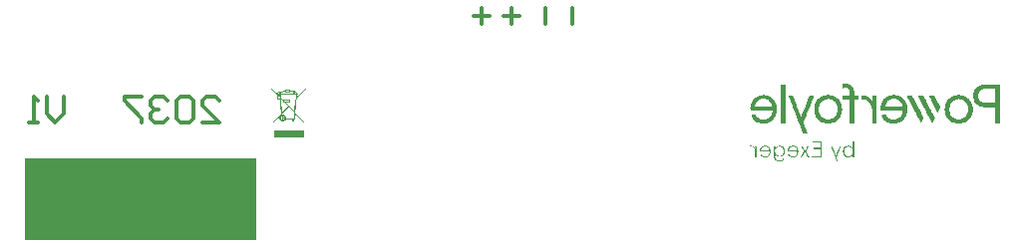
<source format=gbr>
%TF.GenerationSoftware,Altium Limited,Altium Designer,20.2.6 (244)*%
G04 Layer_Color=32896*
%FSLAX45Y45*%
%MOMM*%
%TF.SameCoordinates,5F830152-65C5-4415-BC49-C393C33858C2*%
%TF.FilePolarity,Positive*%
%TF.FileFunction,Legend,Bot*%
%TF.Part,Single*%
G01*
G75*
%TA.AperFunction,NonConductor*%
%ADD13C,0.30000*%
%ADD14R,19.71036X7.00000*%
G36*
X11606554Y1476196D02*
Y1472363D01*
Y1468529D01*
Y1464695D01*
Y1460861D01*
Y1457028D01*
Y1453193D01*
Y1449360D01*
Y1445526D01*
Y1441692D01*
Y1437858D01*
Y1434024D01*
Y1430190D01*
Y1426357D01*
Y1422523D01*
Y1418689D01*
Y1414855D01*
Y1411021D01*
Y1407187D01*
Y1403354D01*
Y1399520D01*
Y1395686D01*
Y1391852D01*
Y1388018D01*
Y1384184D01*
Y1380350D01*
Y1376517D01*
Y1372683D01*
Y1368849D01*
Y1365015D01*
Y1361181D01*
Y1357348D01*
Y1353513D01*
Y1349680D01*
Y1345846D01*
Y1342012D01*
Y1338178D01*
Y1334345D01*
Y1330511D01*
Y1326677D01*
Y1322843D01*
Y1319009D01*
Y1315175D01*
Y1311341D01*
Y1307507D01*
Y1303674D01*
Y1299840D01*
Y1296006D01*
Y1292172D01*
Y1288338D01*
Y1284505D01*
Y1280671D01*
Y1276837D01*
Y1273003D01*
Y1269169D01*
Y1265335D01*
Y1261501D01*
Y1257668D01*
Y1253833D01*
Y1250000D01*
Y1246166D01*
Y1242332D01*
X11568216D01*
Y1246166D01*
Y1250000D01*
Y1253833D01*
Y1257668D01*
Y1261501D01*
Y1265335D01*
Y1269169D01*
Y1273003D01*
Y1276837D01*
Y1280671D01*
Y1284505D01*
Y1288338D01*
Y1292172D01*
Y1296006D01*
Y1299840D01*
Y1303674D01*
Y1307507D01*
Y1311341D01*
Y1315175D01*
Y1319009D01*
Y1322843D01*
Y1326677D01*
Y1330511D01*
Y1334345D01*
Y1338178D01*
Y1342012D01*
Y1345846D01*
Y1349680D01*
Y1353513D01*
Y1357348D01*
Y1361181D01*
Y1365015D01*
X11564381D01*
Y1368849D01*
Y1372683D01*
Y1376517D01*
Y1380350D01*
Y1384184D01*
X11560548D01*
Y1388018D01*
Y1391852D01*
Y1395686D01*
X11556714D01*
Y1399520D01*
Y1403354D01*
X11552880D01*
Y1407187D01*
Y1411021D01*
X11549046D01*
Y1414855D01*
X11545212D01*
Y1418689D01*
Y1422523D01*
X11541378D01*
Y1426357D01*
X11537545D01*
Y1430190D01*
X11529877D01*
Y1434024D01*
X11526043D01*
Y1437858D01*
X11518375D01*
Y1441692D01*
X11503040D01*
Y1445526D01*
X11476203D01*
Y1449360D01*
Y1453193D01*
Y1457028D01*
Y1460861D01*
Y1464695D01*
Y1468529D01*
Y1472363D01*
Y1476196D01*
Y1480030D01*
X11503040D01*
Y1476196D01*
X11518375D01*
Y1472363D01*
X11529877D01*
Y1468529D01*
X11537545D01*
Y1464695D01*
X11541378D01*
Y1460861D01*
X11545212D01*
Y1457028D01*
X11552880D01*
Y1453193D01*
Y1449360D01*
X11556714D01*
Y1445526D01*
X11560548D01*
Y1441692D01*
X11564381D01*
Y1437858D01*
X11568216D01*
Y1441692D01*
Y1445526D01*
Y1449360D01*
Y1453193D01*
Y1457028D01*
Y1460861D01*
Y1464695D01*
Y1468529D01*
Y1472363D01*
Y1476196D01*
Y1480030D01*
X11606554D01*
Y1476196D01*
D02*
G37*
G36*
X12097286D02*
Y1472363D01*
X12101120D01*
Y1468529D01*
Y1464695D01*
X12104953D01*
Y1460861D01*
Y1457028D01*
X12108787D01*
Y1453193D01*
Y1449360D01*
X12112621D01*
Y1445526D01*
Y1441692D01*
X12116455D01*
Y1437858D01*
Y1434024D01*
X12120289D01*
Y1430190D01*
Y1426357D01*
X12124123D01*
Y1422523D01*
Y1418689D01*
X12127956D01*
Y1414855D01*
X12131790D01*
Y1411021D01*
Y1407187D01*
X12135624D01*
Y1403354D01*
Y1399520D01*
X12139458D01*
Y1395686D01*
Y1391852D01*
X12143292D01*
Y1388018D01*
Y1384184D01*
X12147126D01*
Y1380350D01*
Y1376517D01*
Y1372683D01*
X12143292D01*
Y1368849D01*
Y1365015D01*
X12139458D01*
Y1361181D01*
Y1357348D01*
X12135624D01*
Y1353513D01*
Y1349680D01*
X12131790D01*
Y1345846D01*
Y1342012D01*
X12127956D01*
Y1338178D01*
Y1334345D01*
X12124123D01*
Y1338178D01*
X12120289D01*
Y1342012D01*
Y1345846D01*
X12116455D01*
Y1349680D01*
Y1353513D01*
X12112621D01*
Y1357348D01*
Y1361181D01*
X12108787D01*
Y1365015D01*
Y1368849D01*
X12104953D01*
Y1372683D01*
Y1376517D01*
X12101120D01*
Y1380350D01*
X12097286D01*
Y1384184D01*
Y1388018D01*
X12093452D01*
Y1391852D01*
Y1395686D01*
X12089618D01*
Y1399520D01*
Y1403354D01*
X12085784D01*
Y1407187D01*
Y1411021D01*
X12081950D01*
Y1414855D01*
Y1418689D01*
X12078117D01*
Y1422523D01*
Y1426357D01*
X12074283D01*
Y1430190D01*
Y1434024D01*
X12070449D01*
Y1437858D01*
Y1441692D01*
X12066615D01*
Y1445526D01*
Y1449360D01*
X12062781D01*
Y1453193D01*
Y1457028D01*
X12058947D01*
Y1460861D01*
Y1464695D01*
X12055113D01*
Y1468529D01*
Y1472363D01*
X12051279D01*
Y1476196D01*
X12047446D01*
Y1480030D01*
X12097286D01*
Y1476196D01*
D02*
G37*
G36*
X11077484D02*
X11073650D01*
Y1472363D01*
Y1468529D01*
Y1464695D01*
X11069816D01*
Y1460861D01*
Y1457028D01*
X11065982D01*
Y1453193D01*
Y1449360D01*
Y1445526D01*
X11062148D01*
Y1441692D01*
Y1437858D01*
X11058314D01*
Y1434024D01*
Y1430190D01*
Y1426357D01*
X11054481D01*
Y1422523D01*
Y1418689D01*
X11050647D01*
Y1414855D01*
Y1411021D01*
Y1407187D01*
X11046813D01*
Y1403354D01*
Y1399520D01*
X11042979D01*
Y1395686D01*
Y1391852D01*
Y1388018D01*
X11039145D01*
Y1384184D01*
Y1380350D01*
X11035311D01*
Y1376517D01*
Y1372683D01*
Y1368849D01*
X11031478D01*
Y1365015D01*
Y1361181D01*
X11027644D01*
Y1357348D01*
Y1353513D01*
Y1349680D01*
X11023810D01*
Y1345846D01*
Y1342012D01*
X11019976D01*
Y1338178D01*
Y1334345D01*
Y1330511D01*
X11016142D01*
Y1326677D01*
Y1322843D01*
X11012308D01*
Y1319009D01*
Y1315175D01*
Y1311341D01*
X11008475D01*
Y1307507D01*
Y1303674D01*
X11004640D01*
Y1299840D01*
Y1296006D01*
Y1292172D01*
X11000807D01*
Y1288338D01*
Y1284505D01*
X10996973D01*
Y1280671D01*
Y1276837D01*
Y1273003D01*
X10993139D01*
Y1269169D01*
Y1265335D01*
X10989305D01*
Y1261501D01*
Y1257668D01*
Y1253833D01*
X10985472D01*
Y1250000D01*
Y1246166D01*
Y1242332D01*
Y1238498D01*
X10989305D01*
Y1234665D01*
Y1230831D01*
X10993139D01*
Y1226997D01*
Y1223163D01*
Y1219329D01*
X10996973D01*
Y1215495D01*
Y1211662D01*
X11000807D01*
Y1207827D01*
Y1203994D01*
Y1200160D01*
X11004640D01*
Y1196326D01*
Y1192492D01*
Y1188658D01*
X11008475D01*
Y1184825D01*
Y1180991D01*
X11012308D01*
Y1177157D01*
Y1173323D01*
Y1169489D01*
X11016142D01*
Y1165655D01*
Y1161822D01*
X11019976D01*
Y1157988D01*
X10981638D01*
Y1161822D01*
X10977804D01*
Y1165655D01*
Y1169489D01*
Y1173323D01*
X10973970D01*
Y1177157D01*
Y1180991D01*
X10970136D01*
Y1184825D01*
Y1188658D01*
Y1192492D01*
X10966302D01*
Y1196326D01*
Y1200160D01*
X10962468D01*
Y1203994D01*
Y1207827D01*
Y1211662D01*
X10958634D01*
Y1215495D01*
Y1219329D01*
Y1223163D01*
X10954801D01*
Y1226997D01*
Y1230831D01*
X10950967D01*
Y1234665D01*
Y1238498D01*
Y1242332D01*
X10947133D01*
Y1246166D01*
Y1250000D01*
X10943299D01*
Y1253833D01*
Y1257668D01*
Y1261501D01*
X10939465D01*
Y1265335D01*
Y1269169D01*
Y1273003D01*
X10935631D01*
Y1276837D01*
Y1280671D01*
X10931798D01*
Y1284505D01*
Y1288338D01*
Y1292172D01*
X10927964D01*
Y1296006D01*
Y1299840D01*
X10924130D01*
Y1303674D01*
Y1307507D01*
Y1311341D01*
X10920296D01*
Y1315175D01*
Y1319009D01*
X10916462D01*
Y1322843D01*
Y1326677D01*
Y1330511D01*
X10912628D01*
Y1334345D01*
Y1338178D01*
Y1342012D01*
X10908795D01*
Y1345846D01*
Y1349680D01*
X10904961D01*
Y1353513D01*
Y1357348D01*
Y1361181D01*
X10901127D01*
Y1365015D01*
Y1368849D01*
Y1372683D01*
X10897293D01*
Y1376517D01*
Y1380350D01*
X10893459D01*
Y1384184D01*
Y1388018D01*
Y1391852D01*
X10889625D01*
Y1395686D01*
Y1399520D01*
X10885792D01*
Y1403354D01*
Y1407187D01*
Y1411021D01*
X10881958D01*
Y1414855D01*
Y1418689D01*
X10878124D01*
Y1422523D01*
Y1426357D01*
Y1430190D01*
X10874290D01*
Y1434024D01*
Y1437858D01*
Y1441692D01*
X10870456D01*
Y1445526D01*
Y1449360D01*
X10866622D01*
Y1453193D01*
Y1457028D01*
Y1460861D01*
X10862788D01*
Y1464695D01*
Y1468529D01*
X10858955D01*
Y1472363D01*
Y1476196D01*
Y1480030D01*
X10897293D01*
Y1476196D01*
Y1472363D01*
Y1468529D01*
X10901127D01*
Y1464695D01*
Y1460861D01*
Y1457028D01*
X10904961D01*
Y1453193D01*
Y1449360D01*
X10908795D01*
Y1445526D01*
Y1441692D01*
Y1437858D01*
X10912628D01*
Y1434024D01*
Y1430190D01*
X10916462D01*
Y1426357D01*
Y1422523D01*
Y1418689D01*
X10920296D01*
Y1414855D01*
Y1411021D01*
Y1407187D01*
X10924130D01*
Y1403354D01*
Y1399520D01*
X10927964D01*
Y1395686D01*
Y1391852D01*
Y1388018D01*
X10931798D01*
Y1384184D01*
Y1380350D01*
X10935631D01*
Y1376517D01*
Y1372683D01*
Y1368849D01*
X10939465D01*
Y1365015D01*
Y1361181D01*
Y1357348D01*
X10943299D01*
Y1353513D01*
Y1349680D01*
X10947133D01*
Y1345846D01*
Y1342012D01*
Y1338178D01*
X10950967D01*
Y1334345D01*
Y1330511D01*
X10954801D01*
Y1326677D01*
Y1322843D01*
Y1319009D01*
X10958634D01*
Y1315175D01*
Y1311341D01*
Y1307507D01*
X10962468D01*
Y1303674D01*
X10970136D01*
Y1307507D01*
Y1311341D01*
X10973970D01*
Y1315175D01*
Y1319009D01*
Y1322843D01*
X10977804D01*
Y1326677D01*
Y1330511D01*
X10981638D01*
Y1334345D01*
Y1338178D01*
Y1342012D01*
X10985472D01*
Y1345846D01*
Y1349680D01*
X10989305D01*
Y1353513D01*
Y1357348D01*
Y1361181D01*
X10993139D01*
Y1365015D01*
Y1368849D01*
Y1372683D01*
X10996973D01*
Y1376517D01*
Y1380350D01*
X11000807D01*
Y1384184D01*
Y1388018D01*
Y1391852D01*
X11004640D01*
Y1395686D01*
Y1399520D01*
X11008475D01*
Y1403354D01*
Y1407187D01*
Y1411021D01*
X11012308D01*
Y1414855D01*
Y1418689D01*
Y1422523D01*
X11016142D01*
Y1426357D01*
Y1430190D01*
X11019976D01*
Y1434024D01*
Y1437858D01*
Y1441692D01*
X11023810D01*
Y1445526D01*
Y1449360D01*
X11027644D01*
Y1453193D01*
Y1457028D01*
Y1460861D01*
X11031478D01*
Y1464695D01*
Y1468529D01*
X11035311D01*
Y1472363D01*
Y1476196D01*
Y1480030D01*
X11077484D01*
Y1476196D01*
D02*
G37*
G36*
X11763742Y1480030D02*
X11786744D01*
Y1476196D01*
X11798246D01*
Y1472363D01*
X11805914D01*
Y1468529D01*
X11813581D01*
Y1464695D01*
X11821249D01*
Y1460861D01*
X11825083D01*
Y1457028D01*
X11828917D01*
Y1453193D01*
X11832751D01*
Y1449360D01*
X11836584D01*
Y1445526D01*
X11840418D01*
Y1441692D01*
X11844252D01*
Y1437858D01*
Y1434024D01*
X11848086D01*
Y1430190D01*
X11851920D01*
Y1426357D01*
Y1422523D01*
X11855754D01*
Y1418689D01*
Y1414855D01*
X11859588D01*
Y1411021D01*
Y1407187D01*
Y1403354D01*
X11863421D01*
Y1399520D01*
Y1395686D01*
Y1391852D01*
Y1388018D01*
Y1384184D01*
X11867255D01*
Y1380350D01*
Y1376517D01*
Y1372683D01*
Y1368849D01*
Y1365015D01*
Y1361181D01*
Y1357348D01*
Y1353513D01*
Y1349680D01*
Y1345846D01*
Y1342012D01*
Y1338178D01*
X11863421D01*
Y1334345D01*
Y1330511D01*
Y1326677D01*
Y1322843D01*
X11859588D01*
Y1319009D01*
Y1315175D01*
Y1311341D01*
X11855754D01*
Y1307507D01*
Y1303674D01*
X11851920D01*
Y1299840D01*
Y1296006D01*
X11848086D01*
Y1292172D01*
Y1288338D01*
X11844252D01*
Y1284505D01*
X11840418D01*
Y1280671D01*
Y1276837D01*
X11836584D01*
Y1273003D01*
X11832751D01*
Y1269169D01*
X11828917D01*
Y1265335D01*
X11821249D01*
Y1261501D01*
X11817415D01*
Y1257668D01*
X11809748D01*
Y1253833D01*
X11805914D01*
Y1250000D01*
X11794412D01*
Y1246166D01*
X11782911D01*
Y1242332D01*
X11717735D01*
Y1246166D01*
X11706234D01*
Y1250000D01*
X11698566D01*
Y1253833D01*
X11690898D01*
Y1257668D01*
X11683231D01*
Y1261501D01*
X11679397D01*
Y1265335D01*
X11671729D01*
Y1269169D01*
X11667895D01*
Y1273003D01*
Y1276837D01*
X11664062D01*
Y1280671D01*
X11660228D01*
Y1284505D01*
X11656394D01*
Y1288338D01*
Y1292172D01*
X11652560D01*
Y1296006D01*
Y1299840D01*
X11648726D01*
Y1303674D01*
Y1307507D01*
Y1311341D01*
X11652560D01*
Y1315175D01*
X11667895D01*
Y1319009D01*
X11683231D01*
Y1315175D01*
X11687065D01*
Y1311341D01*
Y1307507D01*
X11690898D01*
Y1303674D01*
Y1299840D01*
X11694732D01*
Y1296006D01*
X11698566D01*
Y1292172D01*
X11702400D01*
Y1288338D01*
X11710068D01*
Y1284505D01*
X11713901D01*
Y1280671D01*
X11725403D01*
Y1276837D01*
X11744572D01*
Y1273003D01*
X11756074D01*
Y1276837D01*
X11775243D01*
Y1280671D01*
X11786744D01*
Y1284505D01*
X11794412D01*
Y1288338D01*
X11798246D01*
Y1292172D01*
X11802080D01*
Y1296006D01*
X11805914D01*
Y1299840D01*
X11809748D01*
Y1303674D01*
X11813581D01*
Y1307507D01*
Y1311341D01*
X11817415D01*
Y1315175D01*
Y1319009D01*
X11821249D01*
Y1322843D01*
Y1326677D01*
X11825083D01*
Y1330511D01*
Y1334345D01*
Y1338178D01*
Y1342012D01*
X11828917D01*
Y1345846D01*
Y1349680D01*
Y1353513D01*
X11641059D01*
Y1357348D01*
Y1361181D01*
Y1365015D01*
Y1368849D01*
Y1372683D01*
Y1376517D01*
Y1380350D01*
Y1384184D01*
Y1388018D01*
Y1391852D01*
Y1395686D01*
X11644892D01*
Y1399520D01*
Y1403354D01*
Y1407187D01*
Y1411021D01*
X11648726D01*
Y1414855D01*
Y1418689D01*
X11652560D01*
Y1422523D01*
Y1426357D01*
X11656394D01*
Y1430190D01*
Y1434024D01*
X11660228D01*
Y1437858D01*
Y1441692D01*
X11664062D01*
Y1445526D01*
X11667895D01*
Y1449360D01*
X11671729D01*
Y1453193D01*
X11675563D01*
Y1457028D01*
X11679397D01*
Y1460861D01*
X11687065D01*
Y1464695D01*
X11690898D01*
Y1468529D01*
X11698566D01*
Y1472363D01*
X11706234D01*
Y1476196D01*
X11717735D01*
Y1480030D01*
X11740738D01*
Y1483864D01*
X11763742D01*
Y1480030D01*
D02*
G37*
G36*
X10659595D02*
X10682598D01*
Y1476196D01*
X10690266D01*
Y1472363D01*
X10697933D01*
Y1468529D01*
X10705601D01*
Y1464695D01*
X10713269D01*
Y1460861D01*
X10717103D01*
Y1457028D01*
X10720936D01*
Y1453193D01*
X10724770D01*
Y1449360D01*
X10728604D01*
Y1445526D01*
X10732438D01*
Y1441692D01*
X10736272D01*
Y1437858D01*
Y1434024D01*
X10740106D01*
Y1430190D01*
X10743939D01*
Y1426357D01*
Y1422523D01*
X10747773D01*
Y1418689D01*
Y1414855D01*
Y1411021D01*
X10751607D01*
Y1407187D01*
Y1403354D01*
Y1399520D01*
X10755441D01*
Y1395686D01*
Y1391852D01*
Y1388018D01*
Y1384184D01*
Y1380350D01*
X10759275D01*
Y1376517D01*
Y1372683D01*
Y1368849D01*
Y1365015D01*
Y1361181D01*
Y1357348D01*
Y1353513D01*
Y1349680D01*
Y1345846D01*
Y1342012D01*
X10755441D01*
Y1338178D01*
Y1334345D01*
Y1330511D01*
Y1326677D01*
Y1322843D01*
X10751607D01*
Y1319009D01*
Y1315175D01*
Y1311341D01*
X10747773D01*
Y1307507D01*
Y1303674D01*
X10743939D01*
Y1299840D01*
Y1296006D01*
X10740106D01*
Y1292172D01*
Y1288338D01*
X10736272D01*
Y1284505D01*
X10732438D01*
Y1280671D01*
Y1276837D01*
X10728604D01*
Y1273003D01*
X10724770D01*
Y1269169D01*
X10720936D01*
Y1265335D01*
X10713269D01*
Y1261501D01*
X10709435D01*
Y1257668D01*
X10701767D01*
Y1253833D01*
X10697933D01*
Y1250000D01*
X10686432D01*
Y1246166D01*
X10678764D01*
Y1242332D01*
X10613589D01*
Y1246166D01*
X10598253D01*
Y1250000D01*
X10590586D01*
Y1253833D01*
X10582918D01*
Y1257668D01*
X10579084D01*
Y1261501D01*
X10571416D01*
Y1265335D01*
X10567583D01*
Y1269169D01*
X10563749D01*
Y1273003D01*
X10559915D01*
Y1276837D01*
X10556081D01*
Y1280671D01*
Y1284505D01*
X10552247D01*
Y1288338D01*
X10548413D01*
Y1292172D01*
Y1296006D01*
X10544580D01*
Y1299840D01*
Y1303674D01*
Y1307507D01*
X10540746D01*
Y1311341D01*
X10544580D01*
Y1315175D01*
X10559915D01*
Y1319009D01*
X10575250D01*
Y1315175D01*
X10579084D01*
Y1311341D01*
Y1307507D01*
X10582918D01*
Y1303674D01*
Y1299840D01*
X10586752D01*
Y1296006D01*
X10590586D01*
Y1292172D01*
X10594420D01*
Y1288338D01*
X10602087D01*
Y1284505D01*
X10609755D01*
Y1280671D01*
X10617423D01*
Y1276837D01*
X10640426D01*
Y1273003D01*
X10651927D01*
Y1276837D01*
X10671096D01*
Y1280671D01*
X10678764D01*
Y1284505D01*
X10686432D01*
Y1288338D01*
X10694099D01*
Y1292172D01*
X10697933D01*
Y1296006D01*
X10701767D01*
Y1299840D01*
X10705601D01*
Y1303674D01*
Y1307507D01*
X10709435D01*
Y1311341D01*
X10713269D01*
Y1315175D01*
Y1319009D01*
Y1322843D01*
X10717103D01*
Y1326677D01*
Y1330511D01*
Y1334345D01*
X10720936D01*
Y1338178D01*
Y1342012D01*
Y1345846D01*
Y1349680D01*
Y1353513D01*
X10536912D01*
Y1357348D01*
Y1361181D01*
Y1365015D01*
X10533078D01*
Y1368849D01*
Y1372683D01*
Y1376517D01*
X10536912D01*
Y1380350D01*
Y1384184D01*
Y1388018D01*
Y1391852D01*
Y1395686D01*
Y1399520D01*
Y1403354D01*
X10540746D01*
Y1407187D01*
Y1411021D01*
Y1414855D01*
X10544580D01*
Y1418689D01*
Y1422523D01*
X10548413D01*
Y1426357D01*
Y1430190D01*
X10552247D01*
Y1434024D01*
Y1437858D01*
X10556081D01*
Y1441692D01*
X10559915D01*
Y1445526D01*
X10563749D01*
Y1449360D01*
X10567583D01*
Y1453193D01*
X10571416D01*
Y1457028D01*
X10575250D01*
Y1460861D01*
X10579084D01*
Y1464695D01*
X10586752D01*
Y1468529D01*
X10594420D01*
Y1472363D01*
X10602087D01*
Y1476196D01*
X10613589D01*
Y1480030D01*
X10636592D01*
Y1483864D01*
X10659595D01*
Y1480030D01*
D02*
G37*
G36*
X12001440Y1476196D02*
X12005273D01*
Y1472363D01*
Y1468529D01*
X12009108D01*
Y1464695D01*
Y1460861D01*
X12012941D01*
Y1457028D01*
Y1453193D01*
X12016775D01*
Y1449360D01*
Y1445526D01*
X12020609D01*
Y1441692D01*
X12024443D01*
Y1437858D01*
Y1434024D01*
X12028277D01*
Y1430190D01*
Y1426357D01*
X12032110D01*
Y1422523D01*
Y1418689D01*
X12035944D01*
Y1414855D01*
Y1411021D01*
X12039778D01*
Y1407187D01*
Y1403354D01*
X12043612D01*
Y1399520D01*
Y1395686D01*
X12047446D01*
Y1391852D01*
Y1388018D01*
X12051279D01*
Y1384184D01*
Y1380350D01*
X12055113D01*
Y1376517D01*
Y1372683D01*
X12058947D01*
Y1368849D01*
Y1365015D01*
X12062781D01*
Y1361181D01*
Y1357348D01*
X12066615D01*
Y1353513D01*
X12070449D01*
Y1349680D01*
Y1345846D01*
X12074283D01*
Y1342012D01*
Y1338178D01*
X12078117D01*
Y1334345D01*
Y1330511D01*
X12081950D01*
Y1326677D01*
Y1322843D01*
X12085784D01*
Y1319009D01*
Y1315175D01*
X12089618D01*
Y1311341D01*
Y1307507D01*
X12093452D01*
Y1303674D01*
Y1299840D01*
X12097286D01*
Y1296006D01*
Y1292172D01*
X12101120D01*
Y1288338D01*
Y1284505D01*
X12097286D01*
Y1280671D01*
Y1276837D01*
X12093452D01*
Y1273003D01*
Y1269169D01*
X12089618D01*
Y1265335D01*
Y1261501D01*
X12085784D01*
Y1257668D01*
Y1253833D01*
X12081950D01*
Y1250000D01*
Y1246166D01*
X12074283D01*
Y1250000D01*
Y1253833D01*
X12070449D01*
Y1257668D01*
Y1261501D01*
X12066615D01*
Y1265335D01*
Y1269169D01*
X12062781D01*
Y1273003D01*
Y1276837D01*
X12058947D01*
Y1280671D01*
Y1284505D01*
X12055113D01*
Y1288338D01*
Y1292172D01*
X12051279D01*
Y1296006D01*
Y1299840D01*
X12047446D01*
Y1303674D01*
Y1307507D01*
X12043612D01*
Y1311341D01*
X12039778D01*
Y1315175D01*
Y1319009D01*
X12035944D01*
Y1322843D01*
Y1326677D01*
X12032110D01*
Y1330511D01*
Y1334345D01*
X12028277D01*
Y1338178D01*
Y1342012D01*
X12024443D01*
Y1345846D01*
Y1349680D01*
X12020609D01*
Y1353513D01*
Y1357348D01*
X12016775D01*
Y1361181D01*
Y1365015D01*
X12012941D01*
Y1368849D01*
Y1372683D01*
X12009108D01*
Y1376517D01*
Y1380350D01*
X12005273D01*
Y1384184D01*
Y1388018D01*
X12001440D01*
Y1391852D01*
Y1395686D01*
X11997606D01*
Y1399520D01*
Y1403354D01*
X11993772D01*
Y1407187D01*
Y1411021D01*
X11989938D01*
Y1414855D01*
X11986104D01*
Y1418689D01*
Y1422523D01*
X11982270D01*
Y1426357D01*
Y1430190D01*
X11978437D01*
Y1434024D01*
Y1437858D01*
X11974603D01*
Y1441692D01*
Y1445526D01*
X11970769D01*
Y1449360D01*
Y1453193D01*
X11966935D01*
Y1457028D01*
Y1460861D01*
X11963101D01*
Y1464695D01*
Y1468529D01*
X11959267D01*
Y1472363D01*
Y1476196D01*
X11955434D01*
Y1480030D01*
X12001440D01*
Y1476196D01*
D02*
G37*
G36*
X12653193Y1568209D02*
Y1564375D01*
Y1560541D01*
Y1556707D01*
Y1552873D01*
Y1549040D01*
Y1545206D01*
Y1541372D01*
Y1537538D01*
Y1533704D01*
Y1529870D01*
Y1526037D01*
Y1522203D01*
Y1518369D01*
Y1514535D01*
Y1510701D01*
Y1506867D01*
Y1503034D01*
Y1499200D01*
Y1495366D01*
Y1491532D01*
Y1487698D01*
Y1483864D01*
Y1480030D01*
Y1476196D01*
Y1472363D01*
Y1468529D01*
Y1464695D01*
Y1460861D01*
Y1457028D01*
Y1453193D01*
Y1449360D01*
Y1445526D01*
Y1441692D01*
Y1437858D01*
Y1434024D01*
Y1430190D01*
Y1426357D01*
Y1422523D01*
Y1418689D01*
Y1414855D01*
Y1411021D01*
Y1407187D01*
Y1403354D01*
Y1399520D01*
Y1395686D01*
Y1391852D01*
Y1388018D01*
Y1384184D01*
Y1380350D01*
Y1376517D01*
Y1372683D01*
Y1368849D01*
Y1365015D01*
Y1361181D01*
Y1357348D01*
Y1353513D01*
Y1349680D01*
Y1345846D01*
Y1342012D01*
Y1338178D01*
Y1334345D01*
Y1330511D01*
Y1326677D01*
Y1322843D01*
Y1319009D01*
Y1315175D01*
Y1311341D01*
Y1307507D01*
Y1303674D01*
Y1299840D01*
Y1296006D01*
Y1292172D01*
Y1288338D01*
Y1284505D01*
Y1280671D01*
Y1276837D01*
Y1273003D01*
Y1269169D01*
Y1265335D01*
Y1261501D01*
Y1257668D01*
Y1253833D01*
Y1250000D01*
Y1246166D01*
Y1242332D01*
X12611020D01*
Y1246166D01*
Y1250000D01*
Y1253833D01*
Y1257668D01*
Y1261501D01*
Y1265335D01*
Y1269169D01*
Y1273003D01*
Y1276837D01*
Y1280671D01*
Y1284505D01*
Y1288338D01*
Y1292172D01*
Y1296006D01*
Y1299840D01*
Y1303674D01*
Y1307507D01*
Y1311341D01*
Y1315175D01*
Y1319009D01*
Y1322843D01*
Y1326677D01*
Y1330511D01*
Y1334345D01*
Y1338178D01*
Y1342012D01*
Y1345846D01*
Y1349680D01*
Y1353513D01*
Y1357348D01*
Y1361181D01*
Y1365015D01*
Y1368849D01*
Y1372683D01*
Y1376517D01*
Y1380350D01*
X12515175D01*
Y1384184D01*
X12492171D01*
Y1388018D01*
X12480670D01*
Y1391852D01*
X12473002D01*
Y1395686D01*
X12465334D01*
Y1399520D01*
X12461501D01*
Y1403354D01*
X12453833D01*
Y1407187D01*
X12449999D01*
Y1411021D01*
X12446165D01*
Y1414855D01*
Y1418689D01*
X12442331D01*
Y1422523D01*
X12438498D01*
Y1426357D01*
Y1430190D01*
X12434664D01*
Y1434024D01*
Y1437858D01*
X12430830D01*
Y1441692D01*
Y1445526D01*
Y1449360D01*
X12426996D01*
Y1453193D01*
Y1457028D01*
Y1460861D01*
Y1464695D01*
Y1468529D01*
Y1472363D01*
Y1476196D01*
Y1480030D01*
Y1483864D01*
Y1487698D01*
Y1491532D01*
Y1495366D01*
Y1499200D01*
Y1503034D01*
X12430830D01*
Y1506867D01*
Y1510701D01*
Y1514535D01*
X12434664D01*
Y1518369D01*
Y1522203D01*
X12438498D01*
Y1526037D01*
Y1529870D01*
X12442331D01*
Y1533704D01*
X12446165D01*
Y1537538D01*
X12449999D01*
Y1541372D01*
X12453833D01*
Y1545206D01*
X12457667D01*
Y1549040D01*
X12461501D01*
Y1552873D01*
X12469168D01*
Y1556707D01*
X12473002D01*
Y1560541D01*
X12484504D01*
Y1564375D01*
X12496005D01*
Y1568209D01*
X12519008D01*
Y1572043D01*
X12653193D01*
Y1568209D01*
D02*
G37*
G36*
X12315815Y1480030D02*
X12338818D01*
Y1476196D01*
X12350319D01*
Y1472363D01*
X12357987D01*
Y1468529D01*
X12365655D01*
Y1464695D01*
X12373322D01*
Y1460861D01*
X12377156D01*
Y1457028D01*
X12380990D01*
Y1453193D01*
X12384824D01*
Y1449360D01*
X12388658D01*
Y1445526D01*
X12392492D01*
Y1441692D01*
X12396325D01*
Y1437858D01*
X12400159D01*
Y1434024D01*
X12403993D01*
Y1430190D01*
Y1426357D01*
X12407827D01*
Y1422523D01*
Y1418689D01*
X12411661D01*
Y1414855D01*
Y1411021D01*
X12415495D01*
Y1407187D01*
Y1403354D01*
Y1399520D01*
X12419328D01*
Y1395686D01*
Y1391852D01*
Y1388018D01*
Y1384184D01*
X12423162D01*
Y1380350D01*
Y1376517D01*
Y1372683D01*
Y1368849D01*
Y1365015D01*
Y1361181D01*
Y1357348D01*
Y1353513D01*
Y1349680D01*
Y1345846D01*
Y1342012D01*
Y1338178D01*
X12419328D01*
Y1334345D01*
Y1330511D01*
Y1326677D01*
Y1322843D01*
X12415495D01*
Y1319009D01*
Y1315175D01*
Y1311341D01*
X12411661D01*
Y1307507D01*
Y1303674D01*
X12407827D01*
Y1299840D01*
Y1296006D01*
X12403993D01*
Y1292172D01*
Y1288338D01*
X12400159D01*
Y1284505D01*
X12396325D01*
Y1280671D01*
X12392492D01*
Y1276837D01*
X12388658D01*
Y1273003D01*
X12384824D01*
Y1269169D01*
X12380990D01*
Y1265335D01*
X12377156D01*
Y1261501D01*
X12369488D01*
Y1257668D01*
X12365655D01*
Y1253833D01*
X12357987D01*
Y1250000D01*
X12346486D01*
Y1246166D01*
X12334984D01*
Y1242332D01*
X12269809D01*
Y1246166D01*
X12258307D01*
Y1250000D01*
X12250639D01*
Y1253833D01*
X12242972D01*
Y1257668D01*
X12235304D01*
Y1261501D01*
X12231470D01*
Y1265335D01*
X12223803D01*
Y1269169D01*
X12219969D01*
Y1273003D01*
X12216135D01*
Y1276837D01*
X12212301D01*
Y1280671D01*
X12208467D01*
Y1284505D01*
Y1288338D01*
X12204633D01*
Y1292172D01*
X12200799D01*
Y1296006D01*
Y1299840D01*
X12196965D01*
Y1303674D01*
Y1307507D01*
X12193132D01*
Y1311341D01*
Y1315175D01*
X12189298D01*
Y1319009D01*
Y1322843D01*
Y1326677D01*
X12185464D01*
Y1330511D01*
Y1334345D01*
Y1338178D01*
Y1342012D01*
Y1345846D01*
Y1349680D01*
Y1353513D01*
X12181630D01*
Y1357348D01*
Y1361181D01*
Y1365015D01*
Y1368849D01*
X12185464D01*
Y1372683D01*
Y1376517D01*
Y1380350D01*
Y1384184D01*
Y1388018D01*
Y1391852D01*
Y1395686D01*
X12189298D01*
Y1399520D01*
Y1403354D01*
Y1407187D01*
X12193132D01*
Y1411021D01*
Y1414855D01*
X12196965D01*
Y1418689D01*
Y1422523D01*
X12200799D01*
Y1426357D01*
Y1430190D01*
X12204633D01*
Y1434024D01*
Y1437858D01*
X12208467D01*
Y1441692D01*
X12212301D01*
Y1445526D01*
X12216135D01*
Y1449360D01*
X12219969D01*
Y1453193D01*
X12223803D01*
Y1457028D01*
X12227636D01*
Y1460861D01*
X12235304D01*
Y1464695D01*
X12239138D01*
Y1468529D01*
X12246806D01*
Y1472363D01*
X12258307D01*
Y1476196D01*
X12269809D01*
Y1480030D01*
X12292812D01*
Y1483864D01*
X12315815D01*
Y1480030D01*
D02*
G37*
G36*
X11909428Y1476196D02*
Y1472363D01*
X11913261D01*
Y1468529D01*
Y1464695D01*
X11917095D01*
Y1460861D01*
Y1457028D01*
X11920929D01*
Y1453193D01*
X11924763D01*
Y1449360D01*
Y1445526D01*
X11928597D01*
Y1441692D01*
Y1437858D01*
X11932431D01*
Y1434024D01*
Y1430190D01*
X11936264D01*
Y1426357D01*
Y1422523D01*
X11940098D01*
Y1418689D01*
Y1414855D01*
X11943932D01*
Y1411021D01*
Y1407187D01*
X11947766D01*
Y1403354D01*
Y1399520D01*
X11951600D01*
Y1395686D01*
Y1391852D01*
X11955434D01*
Y1388018D01*
Y1384184D01*
X11959267D01*
Y1380350D01*
Y1376517D01*
X11963101D01*
Y1372683D01*
Y1368849D01*
X11966935D01*
Y1365015D01*
X11970769D01*
Y1361181D01*
Y1357348D01*
X11974603D01*
Y1353513D01*
Y1349680D01*
X11978437D01*
Y1345846D01*
Y1342012D01*
X11982270D01*
Y1338178D01*
Y1334345D01*
X11986104D01*
Y1330511D01*
Y1326677D01*
X11989938D01*
Y1322843D01*
Y1319009D01*
X11993772D01*
Y1315175D01*
Y1311341D01*
X11997606D01*
Y1307507D01*
Y1303674D01*
X12001440D01*
Y1299840D01*
Y1296006D01*
X12005273D01*
Y1292172D01*
Y1288338D01*
Y1284505D01*
Y1280671D01*
X12001440D01*
Y1276837D01*
Y1273003D01*
X11997606D01*
Y1269169D01*
Y1265335D01*
X11993772D01*
Y1261501D01*
Y1257668D01*
X11989938D01*
Y1253833D01*
Y1250000D01*
X11986104D01*
Y1246166D01*
Y1242332D01*
X11982270D01*
Y1246166D01*
Y1250000D01*
X11978437D01*
Y1253833D01*
Y1257668D01*
X11974603D01*
Y1261501D01*
Y1265335D01*
X11970769D01*
Y1269169D01*
Y1273003D01*
X11966935D01*
Y1276837D01*
Y1280671D01*
X11963101D01*
Y1284505D01*
Y1288338D01*
X11959267D01*
Y1292172D01*
Y1296006D01*
X11955434D01*
Y1299840D01*
Y1303674D01*
X11951600D01*
Y1307507D01*
Y1311341D01*
X11947766D01*
Y1315175D01*
X11943932D01*
Y1319009D01*
Y1322843D01*
X11940098D01*
Y1326677D01*
Y1330511D01*
X11936264D01*
Y1334345D01*
Y1338178D01*
X11932431D01*
Y1342012D01*
Y1345846D01*
X11928597D01*
Y1349680D01*
Y1353513D01*
X11924763D01*
Y1357348D01*
Y1361181D01*
X11920929D01*
Y1365015D01*
Y1368849D01*
X11917095D01*
Y1372683D01*
Y1376517D01*
X11913261D01*
Y1380350D01*
Y1384184D01*
X11909428D01*
Y1388018D01*
Y1391852D01*
X11905593D01*
Y1395686D01*
Y1399520D01*
X11901760D01*
Y1403354D01*
Y1407187D01*
X11897926D01*
Y1411021D01*
Y1414855D01*
X11894092D01*
Y1418689D01*
X11890258D01*
Y1422523D01*
Y1426357D01*
X11886424D01*
Y1430190D01*
Y1434024D01*
X11882590D01*
Y1437858D01*
Y1441692D01*
X11878757D01*
Y1445526D01*
Y1449360D01*
X11874923D01*
Y1453193D01*
Y1457028D01*
X11871089D01*
Y1460861D01*
Y1464695D01*
X11867255D01*
Y1468529D01*
Y1472363D01*
X11863421D01*
Y1476196D01*
Y1480030D01*
X11909428D01*
Y1476196D01*
D02*
G37*
G36*
X11365022Y1575876D02*
X11376523D01*
Y1572043D01*
X11384191D01*
Y1568209D01*
X11388025D01*
Y1564375D01*
X11391859D01*
Y1560541D01*
X11395692D01*
Y1556707D01*
X11399526D01*
Y1552873D01*
X11403360D01*
Y1549040D01*
Y1545206D01*
X11407194D01*
Y1541372D01*
Y1537538D01*
X11411028D01*
Y1533704D01*
Y1529870D01*
Y1526037D01*
Y1522203D01*
Y1518369D01*
X11414862D01*
Y1514535D01*
Y1510701D01*
Y1506867D01*
Y1503034D01*
Y1499200D01*
Y1495366D01*
Y1491532D01*
Y1487698D01*
Y1483864D01*
Y1480030D01*
X11453200D01*
Y1476196D01*
Y1472363D01*
Y1468529D01*
Y1464695D01*
Y1460861D01*
Y1457028D01*
Y1453193D01*
Y1449360D01*
Y1445526D01*
X11414862D01*
Y1441692D01*
Y1437858D01*
Y1434024D01*
Y1430190D01*
Y1426357D01*
Y1422523D01*
Y1418689D01*
Y1414855D01*
Y1411021D01*
Y1407187D01*
Y1403354D01*
Y1399520D01*
Y1395686D01*
Y1391852D01*
Y1388018D01*
Y1384184D01*
Y1380350D01*
Y1376517D01*
Y1372683D01*
Y1368849D01*
Y1365015D01*
Y1361181D01*
Y1357348D01*
Y1353513D01*
Y1349680D01*
Y1345846D01*
Y1342012D01*
Y1338178D01*
Y1334345D01*
Y1330511D01*
Y1326677D01*
Y1322843D01*
Y1319009D01*
Y1315175D01*
Y1311341D01*
Y1307507D01*
Y1303674D01*
Y1299840D01*
Y1296006D01*
Y1292172D01*
Y1288338D01*
Y1284505D01*
Y1280671D01*
Y1276837D01*
Y1273003D01*
Y1269169D01*
Y1265335D01*
Y1261501D01*
Y1257668D01*
Y1253833D01*
Y1250000D01*
Y1246166D01*
Y1242332D01*
X11376523D01*
Y1246166D01*
Y1250000D01*
Y1253833D01*
Y1257668D01*
Y1261501D01*
Y1265335D01*
Y1269169D01*
Y1273003D01*
Y1276837D01*
Y1280671D01*
Y1284505D01*
Y1288338D01*
Y1292172D01*
Y1296006D01*
Y1299840D01*
Y1303674D01*
Y1307507D01*
Y1311341D01*
Y1315175D01*
Y1319009D01*
Y1322843D01*
Y1326677D01*
Y1330511D01*
Y1334345D01*
Y1338178D01*
Y1342012D01*
Y1345846D01*
Y1349680D01*
Y1353513D01*
Y1357348D01*
Y1361181D01*
Y1365015D01*
Y1368849D01*
Y1372683D01*
Y1376517D01*
Y1380350D01*
Y1384184D01*
Y1388018D01*
Y1391852D01*
Y1395686D01*
Y1399520D01*
Y1403354D01*
Y1407187D01*
Y1411021D01*
Y1414855D01*
Y1418689D01*
Y1422523D01*
Y1426357D01*
Y1430190D01*
Y1434024D01*
Y1437858D01*
Y1441692D01*
Y1445526D01*
X11315182D01*
Y1449360D01*
Y1453193D01*
Y1457028D01*
Y1460861D01*
Y1464695D01*
Y1468529D01*
Y1472363D01*
Y1476196D01*
Y1480030D01*
X11376523D01*
Y1483864D01*
Y1487698D01*
Y1491532D01*
Y1495366D01*
Y1499200D01*
Y1503034D01*
Y1506867D01*
Y1510701D01*
Y1514535D01*
Y1518369D01*
Y1522203D01*
X11372689D01*
Y1526037D01*
Y1529870D01*
X11368856D01*
Y1533704D01*
X11365022D01*
Y1537538D01*
X11361188D01*
Y1541372D01*
X11357354D01*
Y1545206D01*
X11322850D01*
Y1541372D01*
X11315182D01*
Y1545206D01*
Y1549040D01*
Y1552873D01*
Y1556707D01*
Y1560541D01*
Y1564375D01*
Y1568209D01*
Y1572043D01*
Y1575876D01*
X11319016D01*
Y1579710D01*
X11365022D01*
Y1575876D01*
D02*
G37*
G36*
X11207834Y1480030D02*
X11230837D01*
Y1476196D01*
X11242339D01*
Y1472363D01*
X11250007D01*
Y1468529D01*
X11257674D01*
Y1464695D01*
X11265342D01*
Y1460861D01*
X11269176D01*
Y1457028D01*
X11273010D01*
Y1453193D01*
X11276844D01*
Y1449360D01*
X11280677D01*
Y1445526D01*
X11284511D01*
Y1441692D01*
X11288345D01*
Y1437858D01*
X11292179D01*
Y1434024D01*
Y1430190D01*
X11296013D01*
Y1426357D01*
X11299847D01*
Y1422523D01*
Y1418689D01*
X11303680D01*
Y1414855D01*
Y1411021D01*
Y1407187D01*
X11307514D01*
Y1403354D01*
Y1399520D01*
Y1395686D01*
X11311348D01*
Y1391852D01*
Y1388018D01*
Y1384184D01*
Y1380350D01*
Y1376517D01*
Y1372683D01*
X11315182D01*
Y1368849D01*
Y1365015D01*
Y1361181D01*
Y1357348D01*
Y1353513D01*
Y1349680D01*
X11311348D01*
Y1345846D01*
Y1342012D01*
Y1338178D01*
Y1334345D01*
Y1330511D01*
Y1326677D01*
X11307514D01*
Y1322843D01*
Y1319009D01*
Y1315175D01*
X11303680D01*
Y1311341D01*
Y1307507D01*
Y1303674D01*
X11299847D01*
Y1299840D01*
Y1296006D01*
X11296013D01*
Y1292172D01*
X11292179D01*
Y1288338D01*
Y1284505D01*
X11288345D01*
Y1280671D01*
X11284511D01*
Y1276837D01*
X11280677D01*
Y1273003D01*
X11276844D01*
Y1269169D01*
X11273010D01*
Y1265335D01*
X11269176D01*
Y1261501D01*
X11261508D01*
Y1257668D01*
X11257674D01*
Y1253833D01*
X11250007D01*
Y1250000D01*
X11242339D01*
Y1246166D01*
X11227003D01*
Y1242332D01*
X11161828D01*
Y1246166D01*
X11150327D01*
Y1250000D01*
X11142659D01*
Y1253833D01*
X11134991D01*
Y1257668D01*
X11127323D01*
Y1261501D01*
X11123490D01*
Y1265335D01*
X11119656D01*
Y1269169D01*
X11111988D01*
Y1273003D01*
X11108154D01*
Y1276837D01*
X11104320D01*
Y1280671D01*
Y1284505D01*
X11100487D01*
Y1288338D01*
X11096653D01*
Y1292172D01*
X11092819D01*
Y1296006D01*
Y1299840D01*
X11088985D01*
Y1303674D01*
Y1307507D01*
X11085151D01*
Y1311341D01*
Y1315175D01*
Y1319009D01*
X11081318D01*
Y1322843D01*
Y1326677D01*
Y1330511D01*
X11077484D01*
Y1334345D01*
Y1338178D01*
Y1342012D01*
Y1345846D01*
Y1349680D01*
Y1353513D01*
Y1357348D01*
Y1361181D01*
Y1365015D01*
Y1368849D01*
Y1372683D01*
Y1376517D01*
Y1380350D01*
Y1384184D01*
Y1388018D01*
Y1391852D01*
X11081318D01*
Y1395686D01*
Y1399520D01*
Y1403354D01*
Y1407187D01*
X11085151D01*
Y1411021D01*
Y1414855D01*
X11088985D01*
Y1418689D01*
Y1422523D01*
X11092819D01*
Y1426357D01*
Y1430190D01*
X11096653D01*
Y1434024D01*
X11100487D01*
Y1437858D01*
Y1441692D01*
X11104320D01*
Y1445526D01*
X11108154D01*
Y1449360D01*
X11111988D01*
Y1453193D01*
X11115822D01*
Y1457028D01*
X11123490D01*
Y1460861D01*
X11127323D01*
Y1464695D01*
X11134991D01*
Y1468529D01*
X11142659D01*
Y1472363D01*
X11150327D01*
Y1476196D01*
X11161828D01*
Y1480030D01*
X11184831D01*
Y1483864D01*
X11207834D01*
Y1480030D01*
D02*
G37*
G36*
X10832118Y1572043D02*
Y1568209D01*
Y1564375D01*
Y1560541D01*
Y1556707D01*
Y1552873D01*
Y1549040D01*
Y1545206D01*
Y1541372D01*
Y1537538D01*
Y1533704D01*
Y1529870D01*
Y1526037D01*
Y1522203D01*
Y1518369D01*
Y1514535D01*
Y1510701D01*
Y1506867D01*
Y1503034D01*
Y1499200D01*
Y1495366D01*
Y1491532D01*
Y1487698D01*
Y1483864D01*
Y1480030D01*
Y1476196D01*
Y1472363D01*
Y1468529D01*
Y1464695D01*
Y1460861D01*
Y1457028D01*
Y1453193D01*
Y1449360D01*
Y1445526D01*
Y1441692D01*
Y1437858D01*
Y1434024D01*
Y1430190D01*
Y1426357D01*
Y1422523D01*
Y1418689D01*
Y1414855D01*
Y1411021D01*
Y1407187D01*
Y1403354D01*
Y1399520D01*
Y1395686D01*
Y1391852D01*
Y1388018D01*
Y1384184D01*
Y1380350D01*
Y1376517D01*
Y1372683D01*
Y1368849D01*
Y1365015D01*
Y1361181D01*
Y1357348D01*
Y1353513D01*
Y1349680D01*
Y1345846D01*
Y1342012D01*
Y1338178D01*
Y1334345D01*
Y1330511D01*
Y1326677D01*
Y1322843D01*
Y1319009D01*
Y1315175D01*
Y1311341D01*
Y1307507D01*
Y1303674D01*
Y1299840D01*
Y1296006D01*
Y1292172D01*
Y1288338D01*
Y1284505D01*
Y1280671D01*
Y1276837D01*
Y1273003D01*
Y1269169D01*
Y1265335D01*
Y1261501D01*
Y1257668D01*
Y1253833D01*
Y1250000D01*
Y1246166D01*
Y1242332D01*
X10793779D01*
Y1246166D01*
Y1250000D01*
Y1253833D01*
Y1257668D01*
Y1261501D01*
Y1265335D01*
Y1269169D01*
Y1273003D01*
Y1276837D01*
Y1280671D01*
Y1284505D01*
Y1288338D01*
Y1292172D01*
Y1296006D01*
Y1299840D01*
Y1303674D01*
Y1307507D01*
Y1311341D01*
Y1315175D01*
Y1319009D01*
Y1322843D01*
Y1326677D01*
Y1330511D01*
Y1334345D01*
Y1338178D01*
Y1342012D01*
Y1345846D01*
Y1349680D01*
Y1353513D01*
Y1357348D01*
Y1361181D01*
Y1365015D01*
Y1368849D01*
Y1372683D01*
Y1376517D01*
Y1380350D01*
Y1384184D01*
Y1388018D01*
Y1391852D01*
Y1395686D01*
Y1399520D01*
Y1403354D01*
Y1407187D01*
Y1411021D01*
Y1414855D01*
Y1418689D01*
Y1422523D01*
Y1426357D01*
Y1430190D01*
Y1434024D01*
Y1437858D01*
Y1441692D01*
Y1445526D01*
Y1449360D01*
Y1453193D01*
Y1457028D01*
Y1460861D01*
Y1464695D01*
Y1468529D01*
Y1472363D01*
Y1476196D01*
Y1480030D01*
Y1483864D01*
Y1487698D01*
Y1491532D01*
Y1495366D01*
Y1499200D01*
Y1503034D01*
Y1506867D01*
Y1510701D01*
Y1514535D01*
Y1518369D01*
Y1522203D01*
Y1526037D01*
Y1529870D01*
Y1533704D01*
Y1537538D01*
Y1541372D01*
Y1545206D01*
Y1549040D01*
Y1552873D01*
Y1556707D01*
Y1560541D01*
Y1564375D01*
Y1568209D01*
Y1572043D01*
Y1575876D01*
X10832118D01*
Y1572043D01*
D02*
G37*
G36*
X11414862Y1088978D02*
Y1085145D01*
Y1081311D01*
Y1077477D01*
Y1073643D01*
Y1069809D01*
Y1065976D01*
Y1062142D01*
Y1058308D01*
Y1054474D01*
Y1050640D01*
Y1046806D01*
Y1042973D01*
Y1039138D01*
Y1035305D01*
Y1031471D01*
Y1027637D01*
Y1023803D01*
Y1019970D01*
Y1016136D01*
Y1012302D01*
Y1008468D01*
Y1004634D01*
Y1000800D01*
Y996966D01*
Y993132D01*
Y989299D01*
Y985465D01*
Y981631D01*
Y977797D01*
Y973963D01*
Y970129D01*
Y966296D01*
Y962462D01*
Y958628D01*
Y954794D01*
X11403360D01*
Y958628D01*
Y962462D01*
Y966296D01*
X11395692D01*
Y962462D01*
X11391859D01*
Y958628D01*
X11388025D01*
Y954794D01*
X11372689D01*
Y950960D01*
X11361188D01*
Y954794D01*
X11345853D01*
Y958628D01*
X11338185D01*
Y962462D01*
X11334351D01*
Y966296D01*
X11330517D01*
Y970129D01*
X11326683D01*
Y973963D01*
Y977797D01*
X11322850D01*
Y981631D01*
Y985465D01*
Y989299D01*
Y993132D01*
X11319016D01*
Y996966D01*
Y1000800D01*
Y1004634D01*
Y1008468D01*
Y1012302D01*
X11322850D01*
Y1016136D01*
Y1019970D01*
Y1023803D01*
Y1027637D01*
X11326683D01*
Y1031471D01*
Y1035305D01*
X11330517D01*
Y1039138D01*
X11334351D01*
Y1042973D01*
X11338185D01*
Y1046806D01*
X11345853D01*
Y1050640D01*
X11357354D01*
Y1054474D01*
X11376523D01*
Y1050640D01*
X11388025D01*
Y1046806D01*
X11391859D01*
Y1042973D01*
X11395692D01*
Y1039138D01*
X11403360D01*
Y1042973D01*
Y1046806D01*
Y1050640D01*
Y1054474D01*
Y1058308D01*
Y1062142D01*
Y1065976D01*
Y1069809D01*
Y1073643D01*
Y1077477D01*
Y1081311D01*
Y1085145D01*
Y1088978D01*
Y1092812D01*
X11414862D01*
Y1088978D01*
D02*
G37*
G36*
X10793779Y1050640D02*
X10805281D01*
Y1046806D01*
X10809115D01*
Y1042973D01*
X10816783D01*
Y1039138D01*
Y1035305D01*
X10820616D01*
Y1031471D01*
X10824450D01*
Y1027637D01*
Y1023803D01*
Y1019970D01*
Y1016136D01*
X10828284D01*
Y1012302D01*
Y1008468D01*
Y1004634D01*
Y1000800D01*
Y996966D01*
Y993132D01*
X10824450D01*
Y989299D01*
Y985465D01*
Y981631D01*
X10820616D01*
Y977797D01*
Y973963D01*
X10816783D01*
Y970129D01*
X10812949D01*
Y966296D01*
X10809115D01*
Y962462D01*
X10801447D01*
Y958628D01*
X10763109D01*
Y962462D01*
X10759275D01*
Y966296D01*
X10755441D01*
Y970129D01*
X10747773D01*
Y966296D01*
X10743939D01*
Y962462D01*
Y958628D01*
Y954794D01*
Y950960D01*
X10747773D01*
Y947126D01*
Y943293D01*
Y939458D01*
X10751607D01*
Y935625D01*
X10755441D01*
Y931791D01*
X10763109D01*
Y927957D01*
X10770776D01*
Y924123D01*
X10789945D01*
Y927957D01*
X10801447D01*
Y931791D01*
X10805281D01*
Y935625D01*
X10809115D01*
Y939458D01*
X10812949D01*
Y943293D01*
X10820616D01*
Y939458D01*
Y935625D01*
X10816783D01*
Y931791D01*
Y927957D01*
X10812949D01*
Y924123D01*
X10809115D01*
Y920289D01*
X10801447D01*
Y916456D01*
X10763109D01*
Y920289D01*
X10755441D01*
Y924123D01*
X10747773D01*
Y927957D01*
X10743939D01*
Y931791D01*
Y935625D01*
X10740106D01*
Y939458D01*
Y943293D01*
X10736272D01*
Y947126D01*
Y950960D01*
Y954794D01*
Y958628D01*
Y962462D01*
Y966296D01*
Y970129D01*
Y973963D01*
Y977797D01*
Y981631D01*
Y985465D01*
Y989299D01*
Y993132D01*
Y996966D01*
Y1000800D01*
Y1004634D01*
Y1008468D01*
Y1012302D01*
Y1016136D01*
Y1019970D01*
Y1023803D01*
Y1027637D01*
Y1031471D01*
Y1035305D01*
Y1039138D01*
Y1042973D01*
Y1046806D01*
Y1050640D01*
X10743939D01*
Y1046806D01*
Y1042973D01*
X10747773D01*
Y1039138D01*
X10755441D01*
Y1042973D01*
X10759275D01*
Y1046806D01*
X10763109D01*
Y1050640D01*
X10774610D01*
Y1054474D01*
X10793779D01*
Y1050640D01*
D02*
G37*
G36*
X11035311Y1046806D02*
X11031478D01*
Y1042973D01*
X11027644D01*
Y1039138D01*
Y1035305D01*
X11023810D01*
Y1031471D01*
X11019976D01*
Y1027637D01*
Y1023803D01*
X11016142D01*
Y1019970D01*
X11012308D01*
Y1016136D01*
Y1012302D01*
X11008475D01*
Y1008468D01*
X11004640D01*
Y1004634D01*
Y1000800D01*
X11008475D01*
Y996966D01*
X11012308D01*
Y993132D01*
Y989299D01*
X11016142D01*
Y985465D01*
X11019976D01*
Y981631D01*
Y977797D01*
X11023810D01*
Y973963D01*
X11027644D01*
Y970129D01*
Y966296D01*
X11031478D01*
Y962462D01*
X11035311D01*
Y958628D01*
Y954794D01*
X11023810D01*
Y958628D01*
Y962462D01*
X11019976D01*
Y966296D01*
X11016142D01*
Y970129D01*
Y973963D01*
X11012308D01*
Y977797D01*
X11008475D01*
Y981631D01*
Y985465D01*
X11004640D01*
Y989299D01*
X11000807D01*
Y993132D01*
X10996973D01*
Y989299D01*
X10993139D01*
Y985465D01*
X10989305D01*
Y981631D01*
Y977797D01*
X10985472D01*
Y973963D01*
X10981638D01*
Y970129D01*
X10977804D01*
Y966296D01*
Y962462D01*
X10973970D01*
Y958628D01*
X10970136D01*
Y954794D01*
X10958634D01*
Y958628D01*
X10962468D01*
Y962462D01*
X10966302D01*
Y966296D01*
Y970129D01*
X10970136D01*
Y973963D01*
X10973970D01*
Y977797D01*
Y981631D01*
X10977804D01*
Y985465D01*
X10981638D01*
Y989299D01*
Y993132D01*
X10985472D01*
Y996966D01*
X10989305D01*
Y1000800D01*
X10993139D01*
Y1004634D01*
Y1008468D01*
X10989305D01*
Y1012302D01*
X10985472D01*
Y1016136D01*
Y1019970D01*
X10981638D01*
Y1023803D01*
X10977804D01*
Y1027637D01*
X10973970D01*
Y1031471D01*
Y1035305D01*
X10970136D01*
Y1039138D01*
X10966302D01*
Y1042973D01*
Y1046806D01*
X10962468D01*
Y1050640D01*
X10973970D01*
Y1046806D01*
X10977804D01*
Y1042973D01*
X10981638D01*
Y1039138D01*
Y1035305D01*
X10985472D01*
Y1031471D01*
X10989305D01*
Y1027637D01*
Y1023803D01*
X10993139D01*
Y1019970D01*
X10996973D01*
Y1016136D01*
X11000807D01*
Y1019970D01*
X11004640D01*
Y1023803D01*
X11008475D01*
Y1027637D01*
Y1031471D01*
X11012308D01*
Y1035305D01*
X11016142D01*
Y1039138D01*
Y1042973D01*
X11019976D01*
Y1046806D01*
X11023810D01*
Y1050640D01*
X11035311D01*
Y1046806D01*
D02*
G37*
G36*
X11303680D02*
Y1042973D01*
X11299847D01*
Y1039138D01*
Y1035305D01*
Y1031471D01*
X11296013D01*
Y1027637D01*
Y1023803D01*
X11292179D01*
Y1019970D01*
Y1016136D01*
Y1012302D01*
X11288345D01*
Y1008468D01*
Y1004634D01*
X11284511D01*
Y1000800D01*
Y996966D01*
Y993132D01*
X11280677D01*
Y989299D01*
Y985465D01*
X11276844D01*
Y981631D01*
Y977797D01*
Y973963D01*
X11273010D01*
Y970129D01*
Y966296D01*
X11269176D01*
Y962462D01*
Y958628D01*
Y954794D01*
X11265342D01*
Y950960D01*
X11269176D01*
Y947126D01*
Y943293D01*
Y939458D01*
X11273010D01*
Y935625D01*
Y931791D01*
X11276844D01*
Y927957D01*
Y924123D01*
Y920289D01*
X11280677D01*
Y916456D01*
X11269176D01*
Y920289D01*
Y924123D01*
X11265342D01*
Y927957D01*
Y931791D01*
Y935625D01*
X11261508D01*
Y939458D01*
Y943293D01*
X11257674D01*
Y947126D01*
Y950960D01*
Y954794D01*
X11253840D01*
Y958628D01*
Y962462D01*
X11250007D01*
Y966296D01*
Y970129D01*
Y973963D01*
X11246173D01*
Y977797D01*
Y981631D01*
Y985465D01*
X11242339D01*
Y989299D01*
Y993132D01*
X11238505D01*
Y996966D01*
Y1000800D01*
Y1004634D01*
X11234671D01*
Y1008468D01*
Y1012302D01*
X11230837D01*
Y1016136D01*
Y1019970D01*
Y1023803D01*
X11227003D01*
Y1027637D01*
Y1031471D01*
Y1035305D01*
X11223170D01*
Y1039138D01*
Y1042973D01*
X11219336D01*
Y1046806D01*
Y1050640D01*
X11230837D01*
Y1046806D01*
Y1042973D01*
Y1039138D01*
X11234671D01*
Y1035305D01*
Y1031471D01*
X11238505D01*
Y1027637D01*
Y1023803D01*
Y1019970D01*
X11242339D01*
Y1016136D01*
Y1012302D01*
X11246173D01*
Y1008468D01*
Y1004634D01*
Y1000800D01*
X11250007D01*
Y996966D01*
Y993132D01*
Y989299D01*
X11253840D01*
Y985465D01*
Y981631D01*
X11257674D01*
Y977797D01*
Y973963D01*
X11265342D01*
Y977797D01*
Y981631D01*
X11269176D01*
Y985465D01*
Y989299D01*
Y993132D01*
X11273010D01*
Y996966D01*
Y1000800D01*
X11276844D01*
Y1004634D01*
Y1008468D01*
Y1012302D01*
X11280677D01*
Y1016136D01*
Y1019970D01*
X11284511D01*
Y1023803D01*
Y1027637D01*
Y1031471D01*
X11288345D01*
Y1035305D01*
Y1039138D01*
Y1042973D01*
X11292179D01*
Y1046806D01*
Y1050640D01*
X11303680D01*
Y1046806D01*
D02*
G37*
G36*
X10908795Y1050640D02*
X10920296D01*
Y1046806D01*
X10924130D01*
Y1042973D01*
X10927964D01*
Y1039138D01*
X10931798D01*
Y1035305D01*
X10935631D01*
Y1031471D01*
Y1027637D01*
X10939465D01*
Y1023803D01*
Y1019970D01*
Y1016136D01*
Y1012302D01*
X10943299D01*
Y1008468D01*
Y1004634D01*
Y1000800D01*
Y996966D01*
Y993132D01*
X10939465D01*
Y989299D01*
Y985465D01*
Y981631D01*
Y977797D01*
X10935631D01*
Y973963D01*
X10931798D01*
Y970129D01*
Y966296D01*
X10927964D01*
Y962462D01*
X10924130D01*
Y958628D01*
X10916462D01*
Y954794D01*
X10901127D01*
Y950960D01*
X10893459D01*
Y954794D01*
X10874290D01*
Y958628D01*
X10866622D01*
Y962462D01*
X10862788D01*
Y966296D01*
X10858955D01*
Y970129D01*
Y973963D01*
X10855121D01*
Y977797D01*
Y981631D01*
X10862788D01*
Y977797D01*
X10866622D01*
Y973963D01*
X10870456D01*
Y970129D01*
X10874290D01*
Y966296D01*
X10885792D01*
Y962462D01*
X10908795D01*
Y966296D01*
X10916462D01*
Y970129D01*
X10920296D01*
Y973963D01*
X10924130D01*
Y977797D01*
X10927964D01*
Y981631D01*
Y985465D01*
X10931798D01*
Y989299D01*
Y993132D01*
Y996966D01*
Y1000800D01*
X10851287D01*
Y1004634D01*
Y1008468D01*
Y1012302D01*
Y1016136D01*
Y1019970D01*
Y1023803D01*
X10855121D01*
Y1027637D01*
Y1031471D01*
X10858955D01*
Y1035305D01*
Y1039138D01*
X10862788D01*
Y1042973D01*
X10866622D01*
Y1046806D01*
X10874290D01*
Y1050640D01*
X10885792D01*
Y1054474D01*
X10908795D01*
Y1050640D01*
D02*
G37*
G36*
X10671096D02*
X10682598D01*
Y1046806D01*
X10686432D01*
Y1042973D01*
X10694099D01*
Y1039138D01*
Y1035305D01*
X10697933D01*
Y1031471D01*
X10701767D01*
Y1027637D01*
Y1023803D01*
X10705601D01*
Y1019970D01*
Y1016136D01*
Y1012302D01*
Y1008468D01*
Y1004634D01*
Y1000800D01*
Y996966D01*
Y993132D01*
Y989299D01*
Y985465D01*
X10701767D01*
Y981631D01*
Y977797D01*
Y973963D01*
X10697933D01*
Y970129D01*
X10694099D01*
Y966296D01*
X10690266D01*
Y962462D01*
X10686432D01*
Y958628D01*
X10682598D01*
Y954794D01*
X10667263D01*
Y950960D01*
X10655761D01*
Y954794D01*
X10640426D01*
Y958628D01*
X10632758D01*
Y962462D01*
X10628924D01*
Y966296D01*
X10625090D01*
Y970129D01*
X10621256D01*
Y973963D01*
Y977797D01*
X10617423D01*
Y981631D01*
X10628924D01*
Y977797D01*
X10632758D01*
Y973963D01*
Y970129D01*
X10640426D01*
Y966296D01*
X10648093D01*
Y962462D01*
X10671096D01*
Y966296D01*
X10678764D01*
Y970129D01*
X10686432D01*
Y973963D01*
X10690266D01*
Y977797D01*
Y981631D01*
X10694099D01*
Y985465D01*
Y989299D01*
X10697933D01*
Y993132D01*
Y996966D01*
Y1000800D01*
X10613589D01*
Y1004634D01*
Y1008468D01*
Y1012302D01*
X10617423D01*
Y1016136D01*
Y1019970D01*
Y1023803D01*
Y1027637D01*
X10621256D01*
Y1031471D01*
Y1035305D01*
X10625090D01*
Y1039138D01*
X10628924D01*
Y1042973D01*
X10632758D01*
Y1046806D01*
X10640426D01*
Y1050640D01*
X10651927D01*
Y1054474D01*
X10671096D01*
Y1050640D01*
D02*
G37*
G36*
X11142659Y1088978D02*
Y1085145D01*
Y1081311D01*
Y1077477D01*
Y1073643D01*
Y1069809D01*
Y1065976D01*
Y1062142D01*
Y1058308D01*
Y1054474D01*
Y1050640D01*
Y1046806D01*
Y1042973D01*
Y1039138D01*
Y1035305D01*
Y1031471D01*
Y1027637D01*
Y1023803D01*
Y1019970D01*
Y1016136D01*
Y1012302D01*
Y1008468D01*
Y1004634D01*
Y1000800D01*
Y996966D01*
Y993132D01*
Y989299D01*
Y985465D01*
Y981631D01*
Y977797D01*
Y973963D01*
Y970129D01*
Y966296D01*
Y962462D01*
Y958628D01*
Y954794D01*
X11058314D01*
Y958628D01*
Y962462D01*
Y966296D01*
X11134991D01*
Y970129D01*
Y973963D01*
Y977797D01*
Y981631D01*
Y985465D01*
Y989299D01*
Y993132D01*
Y996966D01*
Y1000800D01*
Y1004634D01*
Y1008468D01*
Y1012302D01*
Y1016136D01*
Y1019970D01*
X11073650D01*
Y1023803D01*
Y1027637D01*
Y1031471D01*
Y1035305D01*
X11134991D01*
Y1039138D01*
Y1042973D01*
Y1046806D01*
Y1050640D01*
Y1054474D01*
Y1058308D01*
Y1062142D01*
Y1065976D01*
Y1069809D01*
Y1073643D01*
Y1077477D01*
Y1081311D01*
X11062148D01*
Y1085145D01*
Y1088978D01*
Y1092812D01*
X11142659D01*
Y1088978D01*
D02*
G37*
G36*
X10548413Y1050640D02*
X10556081D01*
Y1046806D01*
X10559915D01*
Y1042973D01*
X10563749D01*
Y1039138D01*
X10567583D01*
Y1035305D01*
X10571416D01*
Y1031471D01*
X10579084D01*
Y1035305D01*
Y1039138D01*
X10575250D01*
Y1042973D01*
Y1046806D01*
Y1050640D01*
X10586752D01*
Y1046806D01*
Y1042973D01*
Y1039138D01*
Y1035305D01*
Y1031471D01*
Y1027637D01*
Y1023803D01*
Y1019970D01*
Y1016136D01*
Y1012302D01*
Y1008468D01*
Y1004634D01*
Y1000800D01*
Y996966D01*
Y993132D01*
Y989299D01*
Y985465D01*
Y981631D01*
Y977797D01*
Y973963D01*
Y970129D01*
Y966296D01*
Y962462D01*
Y958628D01*
Y954794D01*
X10575250D01*
Y958628D01*
Y962462D01*
Y966296D01*
Y970129D01*
Y973963D01*
Y977797D01*
Y981631D01*
Y985465D01*
Y989299D01*
Y993132D01*
Y996966D01*
Y1000800D01*
Y1004634D01*
Y1008468D01*
Y1012302D01*
Y1016136D01*
X10571416D01*
Y1019970D01*
Y1023803D01*
Y1027637D01*
X10567583D01*
Y1031471D01*
X10563749D01*
Y1035305D01*
X10559915D01*
Y1039138D01*
X10552247D01*
Y1042973D01*
X10533078D01*
Y1046806D01*
Y1050640D01*
Y1054474D01*
X10548413D01*
Y1050640D01*
D02*
G37*
G36*
X6760000Y1534195D02*
X6681789Y1452745D01*
X6679475Y1430531D01*
X6674384Y1377310D01*
X6670682Y1338899D01*
X6754446Y1252357D01*
X6748893Y1246804D01*
X6669756Y1327792D01*
X6665128Y1278274D01*
X6662814D01*
Y1259299D01*
X6645229D01*
Y1278274D01*
X6590620D01*
X6588768Y1274571D01*
X6585992Y1270869D01*
X6582289Y1266704D01*
X6577199Y1263002D01*
X6571182Y1261150D01*
X6565629Y1260688D01*
X6560076D01*
X6555910Y1262076D01*
X6550820Y1263927D01*
X6546655Y1266704D01*
X6543415Y1269943D01*
X6540176Y1274571D01*
X6537862Y1279662D01*
X6536473Y1284290D01*
X6536011Y1288455D01*
X6536473Y1293083D01*
X6537399Y1296785D01*
X6538787Y1300487D01*
X6540638Y1304190D01*
X6542952Y1307429D01*
X6546192Y1310669D01*
X6549894Y1312983D01*
X6553134Y1314371D01*
X6552671Y1318536D01*
X6483253Y1246804D01*
X6477699Y1252820D01*
X6551745Y1329643D01*
X6545729Y1396747D01*
X6541564Y1445340D01*
X6519350D01*
Y1476347D01*
X6525366D01*
X6468906Y1534195D01*
X6474923Y1539749D01*
X6527680Y1485140D01*
Y1489305D01*
X6526755Y1490230D01*
X6525366Y1491156D01*
X6523978Y1492544D01*
X6522590Y1493933D01*
X6521664Y1496247D01*
X6521201Y1498098D01*
X6520739Y1500412D01*
X6521201Y1503189D01*
X6522127Y1505040D01*
X6523978Y1508279D01*
X6526292Y1510130D01*
X6529532Y1511519D01*
X6532771Y1511981D01*
X6536011Y1511519D01*
X6538787Y1510593D01*
X6541101Y1509205D01*
X6542027Y1507816D01*
X6544341Y1509668D01*
X6547580Y1511981D01*
X6551745Y1513833D01*
X6557762Y1516147D01*
X6564241Y1517998D01*
X6570720Y1519386D01*
X6577661Y1520774D01*
X6583215Y1521237D01*
Y1528179D01*
X6627643D01*
Y1522163D01*
X6631345D01*
X6636898Y1521700D01*
X6642915Y1520774D01*
X6648931Y1519849D01*
Y1523551D01*
X6667905D01*
Y1514758D01*
X6670219Y1513370D01*
X6673459Y1511981D01*
X6676698Y1510130D01*
X6679475Y1508279D01*
X6682252Y1505965D01*
X6684103Y1504114D01*
X6685028Y1502726D01*
X6685954Y1500875D01*
X6685491Y1497635D01*
X6696598D01*
Y1483289D01*
X6684565D01*
X6682714Y1465240D01*
X6754446Y1539749D01*
X6760000Y1534195D01*
D02*
G37*
G36*
X6743340Y1182939D02*
Y1182014D01*
Y1180162D01*
Y1178311D01*
Y1176460D01*
Y1174609D01*
Y1173683D01*
Y1173221D01*
Y1165816D01*
Y1158874D01*
Y1155635D01*
Y1153321D01*
Y1151932D01*
Y1151470D01*
Y1143139D01*
Y1139437D01*
Y1136198D01*
Y1133421D01*
Y1131570D01*
Y1130181D01*
Y1129719D01*
Y1126479D01*
Y1124165D01*
Y1122314D01*
Y1121388D01*
Y1120000D01*
X6490195D01*
Y1120463D01*
Y1121388D01*
Y1125091D01*
Y1128330D01*
Y1129256D01*
Y1129719D01*
Y1137123D01*
Y1144065D01*
Y1147305D01*
Y1149618D01*
Y1151007D01*
Y1151470D01*
Y1159800D01*
Y1163502D01*
Y1166742D01*
Y1169518D01*
Y1171370D01*
Y1172758D01*
Y1173221D01*
Y1176460D01*
Y1179237D01*
Y1181088D01*
Y1182014D01*
Y1182939D01*
Y1183402D01*
X6743340D01*
Y1182939D01*
D02*
G37*
%LPC*%
G36*
X11775243Y1449360D02*
X11733071D01*
Y1445526D01*
X11721569D01*
Y1441692D01*
X11713901D01*
Y1437858D01*
X11706234D01*
Y1434024D01*
X11702400D01*
Y1430190D01*
X11698566D01*
Y1426357D01*
X11694732D01*
Y1422523D01*
Y1418689D01*
X11690898D01*
Y1414855D01*
Y1411021D01*
X11687065D01*
Y1407187D01*
Y1403354D01*
X11683231D01*
Y1399520D01*
Y1395686D01*
Y1391852D01*
Y1388018D01*
X11825083D01*
Y1391852D01*
Y1395686D01*
X11821249D01*
Y1399520D01*
Y1403354D01*
Y1407187D01*
X11817415D01*
Y1411021D01*
Y1414855D01*
X11813581D01*
Y1418689D01*
Y1422523D01*
X11809748D01*
Y1426357D01*
X11805914D01*
Y1430190D01*
X11802080D01*
Y1434024D01*
X11798246D01*
Y1437858D01*
X11790578D01*
Y1441692D01*
X11782911D01*
Y1445526D01*
X11775243D01*
Y1449360D01*
D02*
G37*
G36*
X10667263D02*
X10625090D01*
Y1445526D01*
X10613589D01*
Y1441692D01*
X10605921D01*
Y1437858D01*
X10598253D01*
Y1434024D01*
X10594420D01*
Y1430190D01*
X10590586D01*
Y1426357D01*
X10586752D01*
Y1422523D01*
Y1418689D01*
X10582918D01*
Y1414855D01*
X10579084D01*
Y1411021D01*
Y1407187D01*
Y1403354D01*
X10575250D01*
Y1399520D01*
Y1395686D01*
Y1391852D01*
Y1388018D01*
X10717103D01*
Y1391852D01*
Y1395686D01*
Y1399520D01*
Y1403354D01*
X10713269D01*
Y1407187D01*
Y1411021D01*
X10709435D01*
Y1414855D01*
Y1418689D01*
X10705601D01*
Y1422523D01*
X10701767D01*
Y1426357D01*
X10697933D01*
Y1430190D01*
X10694099D01*
Y1434024D01*
X10690266D01*
Y1437858D01*
X10686432D01*
Y1441692D01*
X10678764D01*
Y1445526D01*
X10667263D01*
Y1449360D01*
D02*
G37*
G36*
X12611020Y1533704D02*
X12515175D01*
Y1529870D01*
X12503673D01*
Y1526037D01*
X12496005D01*
Y1522203D01*
X12488338D01*
Y1518369D01*
X12484504D01*
Y1514535D01*
X12480670D01*
Y1510701D01*
X12476836D01*
Y1506867D01*
Y1503034D01*
X12473002D01*
Y1499200D01*
Y1495366D01*
X12469168D01*
Y1491532D01*
Y1487698D01*
Y1483864D01*
Y1480030D01*
Y1476196D01*
Y1472363D01*
Y1468529D01*
Y1464695D01*
Y1460861D01*
Y1457028D01*
X12473002D01*
Y1453193D01*
Y1449360D01*
X12476836D01*
Y1445526D01*
Y1441692D01*
X12480670D01*
Y1437858D01*
X12484504D01*
Y1434024D01*
X12488338D01*
Y1430190D01*
X12496005D01*
Y1426357D01*
X12499839D01*
Y1422523D01*
X12515175D01*
Y1418689D01*
X12611020D01*
Y1422523D01*
Y1426357D01*
Y1430190D01*
Y1434024D01*
Y1437858D01*
Y1441692D01*
Y1445526D01*
Y1449360D01*
Y1453193D01*
Y1457028D01*
Y1460861D01*
Y1464695D01*
Y1468529D01*
Y1472363D01*
Y1476196D01*
Y1480030D01*
Y1483864D01*
Y1487698D01*
Y1491532D01*
Y1495366D01*
Y1499200D01*
Y1503034D01*
Y1506867D01*
Y1510701D01*
Y1514535D01*
Y1518369D01*
Y1522203D01*
Y1526037D01*
Y1529870D01*
Y1533704D01*
D02*
G37*
G36*
X12311981Y1449360D02*
X12296645D01*
Y1445526D01*
X12277476D01*
Y1441692D01*
X12269809D01*
Y1437858D01*
X12262141D01*
Y1434024D01*
X12254473D01*
Y1430190D01*
X12250639D01*
Y1426357D01*
X12246806D01*
Y1422523D01*
X12242972D01*
Y1418689D01*
X12239138D01*
Y1414855D01*
Y1411021D01*
X12235304D01*
Y1407187D01*
Y1403354D01*
X12231470D01*
Y1399520D01*
Y1395686D01*
X12227636D01*
Y1391852D01*
Y1388018D01*
Y1384184D01*
Y1380350D01*
X12223803D01*
Y1376517D01*
Y1372683D01*
Y1368849D01*
Y1365015D01*
Y1361181D01*
Y1357348D01*
Y1353513D01*
Y1349680D01*
Y1345846D01*
Y1342012D01*
X12227636D01*
Y1338178D01*
Y1334345D01*
Y1330511D01*
Y1326677D01*
X12231470D01*
Y1322843D01*
Y1319009D01*
X12235304D01*
Y1315175D01*
Y1311341D01*
X12239138D01*
Y1307507D01*
X12242972D01*
Y1303674D01*
Y1299840D01*
X12246806D01*
Y1296006D01*
X12250639D01*
Y1292172D01*
X12258307D01*
Y1288338D01*
X12262141D01*
Y1284505D01*
X12269809D01*
Y1280671D01*
X12281310D01*
Y1276837D01*
X12327316D01*
Y1280671D01*
X12338818D01*
Y1284505D01*
X12342652D01*
Y1288338D01*
X12350319D01*
Y1292172D01*
X12354153D01*
Y1296006D01*
X12357987D01*
Y1299840D01*
X12361821D01*
Y1303674D01*
X12365655D01*
Y1307507D01*
X12369488D01*
Y1311341D01*
Y1315175D01*
X12373322D01*
Y1319009D01*
Y1322843D01*
X12377156D01*
Y1326677D01*
Y1330511D01*
Y1334345D01*
X12380990D01*
Y1338178D01*
Y1342012D01*
Y1345846D01*
Y1349680D01*
Y1353513D01*
Y1357348D01*
X12384824D01*
Y1361181D01*
Y1365015D01*
X12380990D01*
Y1368849D01*
Y1372683D01*
Y1376517D01*
Y1380350D01*
Y1384184D01*
Y1388018D01*
Y1391852D01*
X12377156D01*
Y1395686D01*
Y1399520D01*
X12373322D01*
Y1403354D01*
Y1407187D01*
X12369488D01*
Y1411021D01*
Y1414855D01*
X12365655D01*
Y1418689D01*
X12361821D01*
Y1422523D01*
X12357987D01*
Y1426357D01*
X12354153D01*
Y1430190D01*
X12350319D01*
Y1434024D01*
X12346486D01*
Y1437858D01*
X12338818D01*
Y1441692D01*
X12331150D01*
Y1445526D01*
X12311981D01*
Y1449360D01*
D02*
G37*
G36*
X11204000D02*
X11188665D01*
Y1445526D01*
X11169496D01*
Y1441692D01*
X11161828D01*
Y1437858D01*
X11154161D01*
Y1434024D01*
X11146493D01*
Y1430190D01*
X11142659D01*
Y1426357D01*
X11138825D01*
Y1422523D01*
X11134991D01*
Y1418689D01*
X11131157D01*
Y1414855D01*
X11127323D01*
Y1411021D01*
Y1407187D01*
X11123490D01*
Y1403354D01*
Y1399520D01*
X11119656D01*
Y1395686D01*
Y1391852D01*
Y1388018D01*
X11115822D01*
Y1384184D01*
Y1380350D01*
Y1376517D01*
Y1372683D01*
Y1368849D01*
Y1365015D01*
Y1361181D01*
Y1357348D01*
Y1353513D01*
Y1349680D01*
Y1345846D01*
Y1342012D01*
Y1338178D01*
Y1334345D01*
X11119656D01*
Y1330511D01*
Y1326677D01*
Y1322843D01*
X11123490D01*
Y1319009D01*
Y1315175D01*
X11127323D01*
Y1311341D01*
X11131157D01*
Y1307507D01*
Y1303674D01*
X11134991D01*
Y1299840D01*
X11138825D01*
Y1296006D01*
X11142659D01*
Y1292172D01*
X11146493D01*
Y1288338D01*
X11154161D01*
Y1284505D01*
X11161828D01*
Y1280671D01*
X11173330D01*
Y1276837D01*
X11219336D01*
Y1280671D01*
X11230837D01*
Y1284505D01*
X11238505D01*
Y1288338D01*
X11242339D01*
Y1292172D01*
X11246173D01*
Y1296006D01*
X11250007D01*
Y1299840D01*
X11253840D01*
Y1303674D01*
X11257674D01*
Y1307507D01*
X11261508D01*
Y1311341D01*
X11265342D01*
Y1315175D01*
Y1319009D01*
X11269176D01*
Y1322843D01*
Y1326677D01*
Y1330511D01*
X11273010D01*
Y1334345D01*
Y1338178D01*
Y1342012D01*
Y1345846D01*
X11276844D01*
Y1349680D01*
Y1353513D01*
Y1357348D01*
Y1361181D01*
Y1365015D01*
Y1368849D01*
Y1372683D01*
Y1376517D01*
X11273010D01*
Y1380350D01*
Y1384184D01*
Y1388018D01*
Y1391852D01*
X11269176D01*
Y1395686D01*
Y1399520D01*
Y1403354D01*
X11265342D01*
Y1407187D01*
Y1411021D01*
X11261508D01*
Y1414855D01*
X11257674D01*
Y1418689D01*
X11253840D01*
Y1422523D01*
Y1426357D01*
X11250007D01*
Y1430190D01*
X11242339D01*
Y1434024D01*
X11238505D01*
Y1437858D01*
X11230837D01*
Y1441692D01*
X11223170D01*
Y1445526D01*
X11204000D01*
Y1449360D01*
D02*
G37*
G36*
X11380357Y1042973D02*
X11357354D01*
Y1039138D01*
X11349686D01*
Y1035305D01*
X11342019D01*
Y1031471D01*
X11338185D01*
Y1027637D01*
Y1023803D01*
X11334351D01*
Y1019970D01*
Y1016136D01*
X11330517D01*
Y1012302D01*
Y1008468D01*
Y1004634D01*
Y1000800D01*
Y996966D01*
Y993132D01*
X11334351D01*
Y989299D01*
Y985465D01*
Y981631D01*
X11338185D01*
Y977797D01*
X11342019D01*
Y973963D01*
X11345853D01*
Y970129D01*
X11349686D01*
Y966296D01*
X11357354D01*
Y962462D01*
X11380357D01*
Y966296D01*
X11388025D01*
Y970129D01*
X11391859D01*
Y973963D01*
X11395692D01*
Y977797D01*
X11399526D01*
Y981631D01*
X11403360D01*
Y985465D01*
Y989299D01*
Y993132D01*
Y996966D01*
Y1000800D01*
X11407194D01*
Y1004634D01*
Y1008468D01*
X11403360D01*
Y1012302D01*
Y1016136D01*
Y1019970D01*
Y1023803D01*
X11399526D01*
Y1027637D01*
X11395692D01*
Y1031471D01*
Y1035305D01*
X11388025D01*
Y1039138D01*
X11380357D01*
Y1042973D01*
D02*
G37*
G36*
X10793779D02*
X10770776D01*
Y1039138D01*
X10759275D01*
Y1035305D01*
X10755441D01*
Y1031471D01*
X10751607D01*
Y1027637D01*
X10747773D01*
Y1023803D01*
Y1019970D01*
X10743939D01*
Y1016136D01*
Y1012302D01*
Y1008468D01*
Y1004634D01*
Y1000800D01*
Y996966D01*
Y993132D01*
X10747773D01*
Y989299D01*
Y985465D01*
X10751607D01*
Y981631D01*
Y977797D01*
X10755441D01*
Y973963D01*
X10763109D01*
Y970129D01*
X10774610D01*
Y966296D01*
X10789945D01*
Y970129D01*
X10801447D01*
Y973963D01*
X10805281D01*
Y977797D01*
X10809115D01*
Y981631D01*
X10812949D01*
Y985465D01*
Y989299D01*
X10816783D01*
Y993132D01*
Y996966D01*
Y1000800D01*
Y1004634D01*
Y1008468D01*
Y1012302D01*
Y1016136D01*
Y1019970D01*
X10812949D01*
Y1023803D01*
Y1027637D01*
X10809115D01*
Y1031471D01*
X10805281D01*
Y1035305D01*
X10801447D01*
Y1039138D01*
X10793779D01*
Y1042973D01*
D02*
G37*
G36*
X10912628D02*
X10881958D01*
Y1039138D01*
X10874290D01*
Y1035305D01*
X10870456D01*
Y1031471D01*
X10866622D01*
Y1027637D01*
Y1023803D01*
X10862788D01*
Y1019970D01*
Y1016136D01*
Y1012302D01*
X10931798D01*
Y1016136D01*
Y1019970D01*
X10927964D01*
Y1023803D01*
Y1027637D01*
X10924130D01*
Y1031471D01*
Y1035305D01*
X10916462D01*
Y1039138D01*
X10912628D01*
Y1042973D01*
D02*
G37*
G36*
X10674930D02*
X10648093D01*
Y1039138D01*
X10640426D01*
Y1035305D01*
X10632758D01*
Y1031471D01*
Y1027637D01*
X10628924D01*
Y1023803D01*
Y1019970D01*
X10625090D01*
Y1016136D01*
Y1012302D01*
X10697933D01*
Y1016136D01*
X10694099D01*
Y1019970D01*
Y1023803D01*
Y1027637D01*
X10690266D01*
Y1031471D01*
X10686432D01*
Y1035305D01*
X10682598D01*
Y1039138D01*
X10674930D01*
Y1042973D01*
D02*
G37*
G36*
X6619312Y1520312D02*
X6591082D01*
Y1515684D01*
X6619312D01*
Y1520312D01*
D02*
G37*
G36*
X6627643Y1513833D02*
Y1507816D01*
X6583215D01*
Y1512907D01*
X6573959Y1511519D01*
X6565629Y1509668D01*
X6558687Y1507816D01*
X6553134Y1505040D01*
X6548969Y1502726D01*
X6545729Y1499486D01*
Y1497635D01*
X6648931D01*
Y1511056D01*
X6642452Y1512444D01*
X6635510Y1513370D01*
X6627643Y1513833D01*
D02*
G37*
G36*
X6660038Y1515684D02*
X6656798D01*
Y1505040D01*
X6660038D01*
Y1515684D01*
D02*
G37*
G36*
X6667905Y1505502D02*
Y1497635D01*
X6677624D01*
Y1499023D01*
X6675310Y1501337D01*
X6672533Y1503189D01*
X6667905Y1505502D01*
D02*
G37*
G36*
X6533697Y1504114D02*
X6533234D01*
X6530920Y1503651D01*
X6529532Y1502263D01*
X6529069Y1500412D01*
Y1499949D01*
X6529532Y1497635D01*
X6530920Y1496709D01*
X6532771Y1496247D01*
X6533234D01*
X6535548Y1496709D01*
X6536473Y1498098D01*
X6536936Y1499486D01*
Y1499949D01*
X6536473Y1502263D01*
X6535085Y1503651D01*
X6533697Y1504114D01*
D02*
G37*
G36*
X6542952Y1468479D02*
X6527680D01*
Y1453207D01*
X6542952D01*
Y1468479D01*
D02*
G37*
G36*
X6620701Y1433770D02*
X6579050D01*
Y1430994D01*
X6620701D01*
Y1433770D01*
D02*
G37*
G36*
X6676235Y1483289D02*
X6546655D01*
X6547580Y1476347D01*
X6550820D01*
Y1461538D01*
X6570257Y1441638D01*
X6628568D01*
Y1423126D01*
X6588306D01*
X6615147Y1395359D01*
X6673921Y1456447D01*
X6676235Y1483289D01*
D02*
G37*
G36*
X6672533Y1443489D02*
X6620701Y1389805D01*
X6663277Y1345841D01*
X6672533Y1443489D01*
D02*
G37*
G36*
X6550820Y1449968D02*
Y1445340D01*
X6549894D01*
X6559150Y1337510D01*
X6609594Y1389805D01*
X6577199Y1423126D01*
X6570257D01*
Y1430068D01*
X6550820Y1449968D01*
D02*
G37*
G36*
X6615147Y1383789D02*
X6560076Y1326866D01*
X6561001Y1316685D01*
X6564703Y1317148D01*
X6568868Y1316685D01*
X6573959Y1315297D01*
X6579050Y1312983D01*
X6582752Y1310206D01*
X6585992Y1306966D01*
X6589231Y1302339D01*
X6591545Y1296785D01*
X6592933Y1290769D01*
X6592471Y1286604D01*
X6657724D01*
X6662352Y1335196D01*
X6615147Y1383789D01*
D02*
G37*
G36*
X6567017Y1302801D02*
X6564703D01*
X6560076Y1302339D01*
X6556836Y1300487D01*
X6554059Y1298636D01*
X6552671Y1295859D01*
X6551745Y1293546D01*
X6550820Y1291232D01*
Y1289380D01*
Y1288918D01*
X6551283Y1284290D01*
X6553134Y1281050D01*
X6554985Y1278274D01*
X6557762Y1276885D01*
X6560076Y1275960D01*
X6562389Y1275497D01*
X6564241Y1275034D01*
X6564703D01*
X6569331Y1275497D01*
X6572571Y1277348D01*
X6575348Y1279662D01*
X6576736Y1281976D01*
X6577661Y1284753D01*
X6578124Y1286604D01*
X6578587Y1288455D01*
Y1288918D01*
X6578124Y1293546D01*
X6576273Y1296785D01*
X6573959Y1299562D01*
X6571645Y1300950D01*
X6568868Y1301876D01*
X6567017Y1302801D01*
D02*
G37*
G36*
X6654947Y1278274D02*
X6653096D01*
Y1267167D01*
X6654947D01*
Y1278274D01*
D02*
G37*
%LPD*%
G36*
X6567943Y1297711D02*
X6570257Y1296785D01*
X6571645Y1295397D01*
X6572571Y1293546D01*
X6573959Y1290306D01*
Y1289380D01*
Y1288918D01*
X6573496Y1285678D01*
X6572571Y1283364D01*
X6571182Y1281976D01*
X6569331Y1281050D01*
X6566092Y1279662D01*
X6564703D01*
X6561464Y1280125D01*
X6559150Y1281050D01*
X6557762Y1282439D01*
X6556373Y1284290D01*
X6555448Y1287529D01*
Y1288455D01*
Y1288918D01*
X6555910Y1292157D01*
X6556836Y1294471D01*
X6558224Y1295859D01*
X6560076Y1297248D01*
X6563315Y1298173D01*
X6564703D01*
X6567943Y1297711D01*
D02*
G37*
%LPC*%
G36*
X6565166Y1290306D02*
X6563778D01*
X6563315Y1289843D01*
Y1289380D01*
Y1288918D01*
Y1287992D01*
X6563778Y1287529D01*
X6564703D01*
X6565629Y1287992D01*
X6566092Y1288455D01*
Y1288918D01*
X6565629Y1289843D01*
X6565166Y1290306D01*
D02*
G37*
%LPD*%
D13*
X8250556Y2225455D02*
Y2092165D01*
X8183911Y2158810D02*
X8317201D01*
X8790516Y2225455D02*
Y2092164D01*
X8505556Y2225455D02*
Y2092165D01*
X8438911Y2158810D02*
X8572201D01*
X9023016Y2225455D02*
Y2092164D01*
X5878381Y1250000D02*
X6025000D01*
X5878381Y1396619D01*
Y1433274D01*
X5915035Y1469929D01*
X5988345D01*
X6025000Y1433274D01*
X5805071D02*
X5768416Y1469929D01*
X5695106D01*
X5658452Y1433274D01*
Y1286655D01*
X5695106Y1250000D01*
X5768416D01*
X5805071Y1286655D01*
Y1433274D01*
X5585142D02*
X5548487Y1469929D01*
X5475178D01*
X5438523Y1433274D01*
Y1396619D01*
X5475178Y1359965D01*
X5511832D01*
X5475178D01*
X5438523Y1323310D01*
Y1286655D01*
X5475178Y1250000D01*
X5548487D01*
X5585142Y1286655D01*
X5365213Y1469929D02*
X5218594D01*
Y1433274D01*
X5365213Y1286655D01*
Y1250000D01*
X4705426Y1469929D02*
Y1323310D01*
X4632116Y1250000D01*
X4558807Y1323310D01*
Y1469929D01*
X4485497Y1250000D02*
X4412188D01*
X4448843D01*
Y1469929D01*
X4485497Y1433274D01*
D14*
X5355518Y600000D02*
D03*
%TF.MD5,db9cb25e7c3bef857fd7dc8e843d0039*%
M02*

</source>
